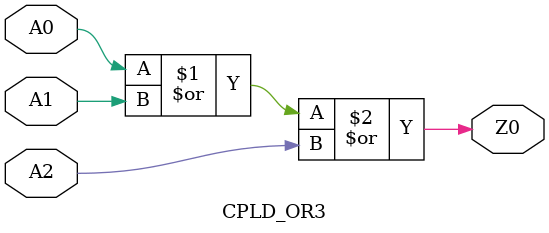
<source format=v>
module CPLD_OR3 (Z0, A0, A1, A2);

    input  A0;
    input  A1;
    input  A2;

    output  Z0;

    or INST1 (Z0, A0, A1, A2);
endmodule

</source>
